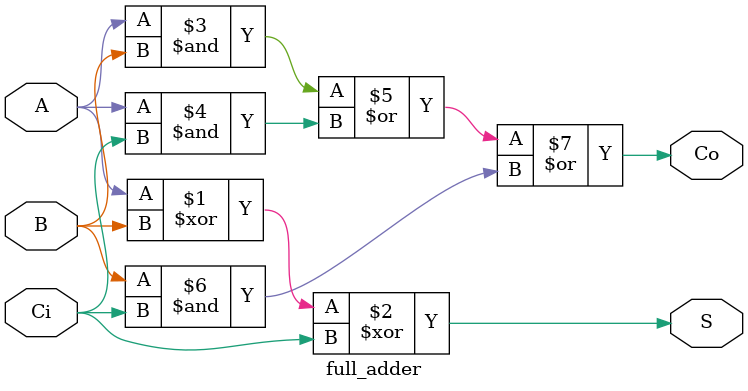
<source format=v>
module test_bench;

reg[3:0] A_test,B_test;
reg Ci_test;
wire[3:0] S_test;
wire Co_test;

four_bit_adder uut(A_test,B_test,Ci_test,S_test,Co_test);

initial begin
    $monitor("A: %b, B: %b, Cin: %b, Sum: %b, Cout: %b",A_test,B_test,Ci_test,S_test,Co_test);
    $dumpfile("full_adder.vcd");
    $dumpvars(0,test_bench);
    
    // Apply all combinations
    A_test <= 4'b0001; B_test <= 4'b0010; Ci_test = 0;
    #10;

    // A_test = 4'b1101; B_test = 4'b0011; Ci_test = 0;
    // #10;

    // A_test = 4'b1111; B_test = 4'b1111; Ci_test = 1; 
    // #10;

    // A_test = 4'b0101; B_test = 4'b0011; Ci_test = 1; 
    // #10;
    $finish;

end


endmodule

module four_bit_adder (
    input[3:0] A,
    input[3:0] B,
    input Ci,
    output[3:0] S,
    output Co  
);
wire c1,c2,c3;

full_adder FA0(A[0],B[0],Ci,S[0],c1);
full_adder FA1(A[1],B[1],c1,S[1],c2);
full_adder FA2(A[2],B[2],c2,S[2],c3);
full_adder FA3(A[3],B[3],c3,S[3],Co);

    
endmodule

module full_adder(A,B,Ci,S,Co);
input A,B,Ci;
output S,Co;
assign S=A^B^Ci;
assign Co=(A & B) | (A & Ci) | (B & Ci);

endmodule

</source>
